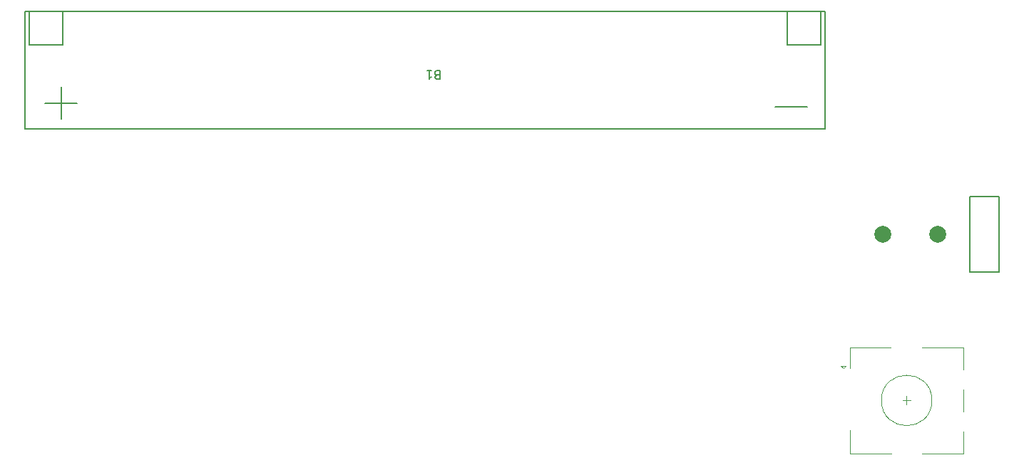
<source format=gbr>
%TF.GenerationSoftware,KiCad,Pcbnew,8.0.7*%
%TF.CreationDate,2025-05-02T22:34:39+09:00*%
%TF.ProjectId,cool642tb_L,636f6f6c-3634-4327-9462-5f4c2e6b6963,rev?*%
%TF.SameCoordinates,Original*%
%TF.FileFunction,Legend,Top*%
%TF.FilePolarity,Positive*%
%FSLAX46Y46*%
G04 Gerber Fmt 4.6, Leading zero omitted, Abs format (unit mm)*
G04 Created by KiCad (PCBNEW 8.0.7) date 2025-05-02 22:34:39*
%MOMM*%
%LPD*%
G01*
G04 APERTURE LIST*
%ADD10C,0.150000*%
%ADD11C,0.120000*%
%ADD12C,2.000000*%
G04 APERTURE END LIST*
D10*
X39624761Y19521009D02*
X39481904Y19568628D01*
X39481904Y19568628D02*
X39434285Y19616247D01*
X39434285Y19616247D02*
X39386666Y19711485D01*
X39386666Y19711485D02*
X39386666Y19854342D01*
X39386666Y19854342D02*
X39434285Y19949580D01*
X39434285Y19949580D02*
X39481904Y19997200D01*
X39481904Y19997200D02*
X39577142Y20044819D01*
X39577142Y20044819D02*
X39958094Y20044819D01*
X39958094Y20044819D02*
X39958094Y19044819D01*
X39958094Y19044819D02*
X39624761Y19044819D01*
X39624761Y19044819D02*
X39529523Y19092438D01*
X39529523Y19092438D02*
X39481904Y19140057D01*
X39481904Y19140057D02*
X39434285Y19235295D01*
X39434285Y19235295D02*
X39434285Y19330533D01*
X39434285Y19330533D02*
X39481904Y19425771D01*
X39481904Y19425771D02*
X39529523Y19473390D01*
X39529523Y19473390D02*
X39624761Y19521009D01*
X39624761Y19521009D02*
X39958094Y19521009D01*
X38434285Y20044819D02*
X39005713Y20044819D01*
X38719999Y20044819D02*
X38719999Y19044819D01*
X38719999Y19044819D02*
X38815237Y19187676D01*
X38815237Y19187676D02*
X38910475Y19282914D01*
X38910475Y19282914D02*
X39005713Y19330533D01*
X-3069160Y16195533D02*
X-6878684Y16195533D01*
X-4973922Y18100295D02*
X-4973922Y14290771D01*
X83600839Y15765533D02*
X79791316Y15765533D01*
%TO.C,B1*%
X-4780000Y23090000D02*
X-8780000Y23090000D01*
X-8780000Y27090000D01*
X-4780000Y27090000D01*
X-4780000Y23090000D01*
X85220000Y23090000D02*
X81220000Y23090000D01*
X81220000Y27090000D01*
X85220000Y27090000D01*
X85220000Y23090000D01*
X85720000Y13090000D02*
X-9280000Y13090000D01*
X-9280000Y27090000D01*
X85720000Y27090000D01*
X85720000Y13090000D01*
D11*
%TO.C,SW21*%
X87600000Y-15060000D02*
X88200000Y-15060000D01*
X87900000Y-15360000D02*
X87600000Y-15060000D01*
X88200000Y-15060000D02*
X87900000Y-15360000D01*
X88700000Y-12860000D02*
X88700000Y-15360000D01*
X88700000Y-25460000D02*
X88700000Y-22660000D01*
X93500000Y-12860000D02*
X88700000Y-12860000D01*
X93600000Y-25460000D02*
X88700000Y-25460000D01*
X94900000Y-19160000D02*
X95900000Y-19160000D01*
X95400000Y-18660000D02*
X95400000Y-19660000D01*
X97200000Y-12860000D02*
X102100000Y-12860000D01*
X102100000Y-12860000D02*
X102100000Y-15460000D01*
X102100000Y-17860000D02*
X102100000Y-20460000D01*
X102100000Y-22860000D02*
X102100000Y-25460000D01*
X102100000Y-25460000D02*
X97200000Y-25460000D01*
X98400000Y-19160000D02*
G75*
G02*
X92400000Y-19160000I-3000000J0D01*
G01*
X92400000Y-19160000D02*
G75*
G02*
X98400000Y-19160000I3000000J0D01*
G01*
D10*
%TO.C,SW24*%
X102890000Y5104000D02*
X106390000Y5104000D01*
X102890000Y-3896000D02*
X102890000Y5104000D01*
X106390000Y5104000D02*
X106390000Y-3896000D01*
X106390000Y-3896000D02*
X102890000Y-3896000D01*
%TD*%
D12*
%TO.C,SW25*%
X99100000Y560000D03*
X92600000Y560000D03*
%TD*%
M02*

</source>
